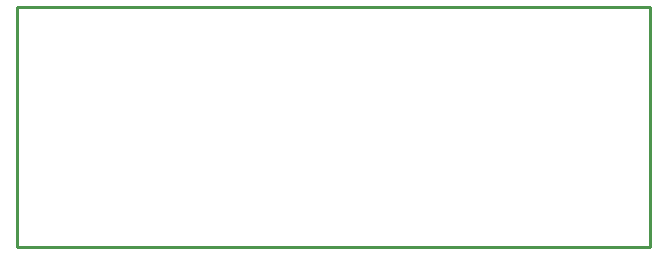
<source format=gko>
G04*
G04 #@! TF.GenerationSoftware,Altium Limited,Altium Designer,19.1.8 (144)*
G04*
G04 Layer_Color=16711935*
%FSLAX25Y25*%
%MOIN*%
G70*
G01*
G75*
%ADD12C,0.01000*%
D12*
X16500Y75000D02*
X227500Y75000D01*
X16500Y-5000D02*
Y75000D01*
Y-5000D02*
X227500Y-5000D01*
X227500Y75000D01*
M02*

</source>
